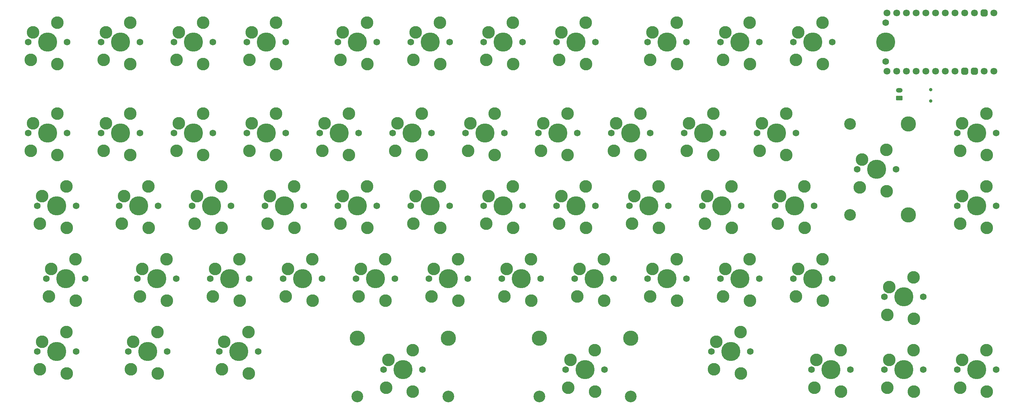
<source format=gts>
G04 #@! TF.GenerationSoftware,KiCad,Pcbnew,7.0.8-7.0.8~ubuntu22.04.1*
G04 #@! TF.CreationDate,2023-10-08T19:27:19+02:00*
G04 #@! TF.ProjectId,nrw65-pcb,6e727736-352d-4706-9362-2e6b69636164,rev?*
G04 #@! TF.SameCoordinates,Original*
G04 #@! TF.FileFunction,Soldermask,Top*
G04 #@! TF.FilePolarity,Negative*
%FSLAX46Y46*%
G04 Gerber Fmt 4.6, Leading zero omitted, Abs format (unit mm)*
G04 Created by KiCad (PCBNEW 7.0.8-7.0.8~ubuntu22.04.1) date 2023-10-08 19:27:19*
%MOMM*%
%LPD*%
G01*
G04 APERTURE LIST*
G04 Aperture macros list*
%AMRoundRect*
0 Rectangle with rounded corners*
0 $1 Rounding radius*
0 $2 $3 $4 $5 $6 $7 $8 $9 X,Y pos of 4 corners*
0 Add a 4 corners polygon primitive as box body*
4,1,4,$2,$3,$4,$5,$6,$7,$8,$9,$2,$3,0*
0 Add four circle primitives for the rounded corners*
1,1,$1+$1,$2,$3*
1,1,$1+$1,$4,$5*
1,1,$1+$1,$6,$7*
1,1,$1+$1,$8,$9*
0 Add four rect primitives between the rounded corners*
20,1,$1+$1,$2,$3,$4,$5,0*
20,1,$1+$1,$4,$5,$6,$7,0*
20,1,$1+$1,$6,$7,$8,$9,0*
20,1,$1+$1,$8,$9,$2,$3,0*%
G04 Aperture macros list end*
%ADD10C,1.750000*%
%ADD11C,5.000000*%
%ADD12C,3.300000*%
%ADD13C,3.048000*%
%ADD14C,3.987800*%
%ADD15C,0.900000*%
%ADD16O,1.750000X1.200000*%
%ADD17RoundRect,0.250000X0.625000X-0.350000X0.625000X0.350000X-0.625000X0.350000X-0.625000X-0.350000X0*%
%ADD18C,1.800000*%
%ADD19RoundRect,0.450000X0.450000X-0.450000X0.450000X0.450000X-0.450000X0.450000X-0.450000X-0.450000X0*%
G04 APERTURE END LIST*
D10*
X48495000Y-58337500D03*
D11*
X53575000Y-58337500D03*
D10*
X58655000Y-58337500D03*
D12*
X49175000Y-63037500D03*
X49765000Y-55797500D03*
X56115000Y-53257500D03*
X56175000Y-64087500D03*
D10*
X167557500Y-77387500D03*
D11*
X172637500Y-77387500D03*
D10*
X177717500Y-77387500D03*
D12*
X168237500Y-82087500D03*
X168827500Y-74847500D03*
X175177500Y-72307500D03*
X175237500Y-83137500D03*
D10*
X91357500Y-77387500D03*
D11*
X96437500Y-77387500D03*
D10*
X101517500Y-77387500D03*
D12*
X92037500Y-82087500D03*
X92627500Y-74847500D03*
X98977500Y-72307500D03*
X99037500Y-83137500D03*
D10*
X72307500Y-77387500D03*
D11*
X77387500Y-77387500D03*
D10*
X82467500Y-77387500D03*
D12*
X72987500Y-82087500D03*
X73577500Y-74847500D03*
X79927500Y-72307500D03*
X79987500Y-83137500D03*
D10*
X31826250Y-77387500D03*
D11*
X36906250Y-77387500D03*
D10*
X41986250Y-77387500D03*
D12*
X32506250Y-82087500D03*
X33096250Y-74847500D03*
X39446250Y-72307500D03*
X39506250Y-83137500D03*
D10*
X200895000Y-58337500D03*
D11*
X205975000Y-58337500D03*
D10*
X211055000Y-58337500D03*
D12*
X201575000Y-63037500D03*
X202165000Y-55797500D03*
X208515000Y-53257500D03*
X208575000Y-64087500D03*
D10*
X67545000Y-34525000D03*
D11*
X72625000Y-34525000D03*
D10*
X77705000Y-34525000D03*
D12*
X68225000Y-39225000D03*
X68815000Y-31985000D03*
X75165000Y-29445000D03*
X75225000Y-40275000D03*
D10*
X79451250Y-115487500D03*
D11*
X84531250Y-115487500D03*
D10*
X89611250Y-115487500D03*
D12*
X80131250Y-120187500D03*
X80721250Y-112947500D03*
X87071250Y-110407500D03*
X87131250Y-121237500D03*
D10*
X48495000Y-34525000D03*
D11*
X53575000Y-34525000D03*
D10*
X58655000Y-34525000D03*
D12*
X49175000Y-39225000D03*
X49765000Y-31985000D03*
X56115000Y-29445000D03*
X56175000Y-40275000D03*
D10*
X105645000Y-58337500D03*
D11*
X110725000Y-58337500D03*
D10*
X115805000Y-58337500D03*
D12*
X106325000Y-63037500D03*
X106915000Y-55797500D03*
X113265000Y-53257500D03*
X113325000Y-64087500D03*
D10*
X181845000Y-58337500D03*
D11*
X186925000Y-58337500D03*
D10*
X192005000Y-58337500D03*
D12*
X182525000Y-63037500D03*
X183115000Y-55797500D03*
X189465000Y-53257500D03*
X189525000Y-64087500D03*
D10*
X129457500Y-77387500D03*
D11*
X134537500Y-77387500D03*
D10*
X139617500Y-77387500D03*
D12*
X130137500Y-82087500D03*
X130727500Y-74847500D03*
X137077500Y-72307500D03*
X137137500Y-83137500D03*
D10*
X110407500Y-77387500D03*
D11*
X115487500Y-77387500D03*
D10*
X120567500Y-77387500D03*
D12*
X111087500Y-82087500D03*
X111677500Y-74847500D03*
X118027500Y-72307500D03*
X118087500Y-83137500D03*
D10*
X272332500Y-120250000D03*
D11*
X277412500Y-120250000D03*
D10*
X282492500Y-120250000D03*
D12*
X273012500Y-124950000D03*
X273602500Y-117710000D03*
X279952500Y-115170000D03*
X280012500Y-126000000D03*
D10*
X134220000Y-96437500D03*
D11*
X139300000Y-96437500D03*
D10*
X144380000Y-96437500D03*
D12*
X134900000Y-101137500D03*
X135490000Y-93897500D03*
X141840000Y-91357500D03*
X141900000Y-102187500D03*
D10*
X31826250Y-115487500D03*
D11*
X36906250Y-115487500D03*
D10*
X41986250Y-115487500D03*
D12*
X32506250Y-120187500D03*
X33096250Y-112947500D03*
X39446250Y-110407500D03*
X39506250Y-121237500D03*
D10*
X191370000Y-96437500D03*
D11*
X196450000Y-96437500D03*
D10*
X201530000Y-96437500D03*
D12*
X192050000Y-101137500D03*
X192640000Y-93897500D03*
X198990000Y-91357500D03*
X199050000Y-102187500D03*
D10*
X169938750Y-120250000D03*
D11*
X175018750Y-120250000D03*
D10*
X180098750Y-120250000D03*
D12*
X170618750Y-124950000D03*
X171208750Y-117710000D03*
X177558750Y-115170000D03*
X177618750Y-126000000D03*
D10*
X272332500Y-58337500D03*
D11*
X277412500Y-58337500D03*
D10*
X282492500Y-58337500D03*
D12*
X273012500Y-63037500D03*
X273602500Y-55797500D03*
X279952500Y-53257500D03*
X280012500Y-64087500D03*
D10*
X77070000Y-96437500D03*
D11*
X82150000Y-96437500D03*
D10*
X87230000Y-96437500D03*
D12*
X77750000Y-101137500D03*
X78340000Y-93897500D03*
X84690000Y-91357500D03*
X84750000Y-102187500D03*
D10*
X86595000Y-34525000D03*
D11*
X91675000Y-34525000D03*
D10*
X96755000Y-34525000D03*
D12*
X87275000Y-39225000D03*
X87865000Y-31985000D03*
X94215000Y-29445000D03*
X94275000Y-40275000D03*
D10*
X143745000Y-58337500D03*
D11*
X148825000Y-58337500D03*
D10*
X153905000Y-58337500D03*
D12*
X144425000Y-63037500D03*
X145015000Y-55797500D03*
X151365000Y-53257500D03*
X151425000Y-64087500D03*
D10*
X67545000Y-58337500D03*
D11*
X72625000Y-58337500D03*
D10*
X77705000Y-58337500D03*
D12*
X68225000Y-63037500D03*
X68815000Y-55797500D03*
X75165000Y-53257500D03*
X75225000Y-64087500D03*
D13*
X139300000Y-127235000D03*
D14*
X139300000Y-111995000D03*
D13*
X115487500Y-127235000D03*
D14*
X115487500Y-111995000D03*
D10*
X58020000Y-96437500D03*
D11*
X63100000Y-96437500D03*
D10*
X68180000Y-96437500D03*
D12*
X58700000Y-101137500D03*
X59290000Y-93897500D03*
X65640000Y-91357500D03*
X65700000Y-102187500D03*
D10*
X219945000Y-58337500D03*
D11*
X225025000Y-58337500D03*
D10*
X230105000Y-58337500D03*
D12*
X220625000Y-63037500D03*
X221215000Y-55797500D03*
X227565000Y-53257500D03*
X227625000Y-64087500D03*
D10*
X124695000Y-58337500D03*
D11*
X129775000Y-58337500D03*
D10*
X134855000Y-58337500D03*
D12*
X125375000Y-63037500D03*
X125965000Y-55797500D03*
X132315000Y-53257500D03*
X132375000Y-64087500D03*
D10*
X162795000Y-58337500D03*
D11*
X167875000Y-58337500D03*
D10*
X172955000Y-58337500D03*
D12*
X163475000Y-63037500D03*
X164065000Y-55797500D03*
X170415000Y-53257500D03*
X170475000Y-64087500D03*
D10*
X55638750Y-115487500D03*
D11*
X60718750Y-115487500D03*
D10*
X65798750Y-115487500D03*
D12*
X56318750Y-120187500D03*
X56908750Y-112947500D03*
X63258750Y-110407500D03*
X63318750Y-121237500D03*
D10*
X86595000Y-58337500D03*
D11*
X91675000Y-58337500D03*
D10*
X96755000Y-58337500D03*
D12*
X87275000Y-63037500D03*
X87865000Y-55797500D03*
X94215000Y-53257500D03*
X94275000Y-64087500D03*
D10*
X186607500Y-77387500D03*
D11*
X191687500Y-77387500D03*
D10*
X196767500Y-77387500D03*
D12*
X187287500Y-82087500D03*
X187877500Y-74847500D03*
X194227500Y-72307500D03*
X194287500Y-83137500D03*
D10*
X129457500Y-34525000D03*
D11*
X134537500Y-34525000D03*
D10*
X139617500Y-34525000D03*
D12*
X130137500Y-39225000D03*
X130727500Y-31985000D03*
X137077500Y-29445000D03*
X137137500Y-40275000D03*
D10*
X148507500Y-77387500D03*
D11*
X153587500Y-77387500D03*
D10*
X158667500Y-77387500D03*
D12*
X149187500Y-82087500D03*
X149777500Y-74847500D03*
X156127500Y-72307500D03*
X156187500Y-83137500D03*
D10*
X205657500Y-77387500D03*
D11*
X210737500Y-77387500D03*
D10*
X215817500Y-77387500D03*
D12*
X206337500Y-82087500D03*
X206927500Y-74847500D03*
X213277500Y-72307500D03*
X213337500Y-83137500D03*
D10*
X148507500Y-34525000D03*
D11*
X153587500Y-34525000D03*
D10*
X158667500Y-34525000D03*
D12*
X149187500Y-39225000D03*
X149777500Y-31985000D03*
X156127500Y-29445000D03*
X156187500Y-40275000D03*
D10*
X115170000Y-96437500D03*
D11*
X120250000Y-96437500D03*
D10*
X125330000Y-96437500D03*
D12*
X115850000Y-101137500D03*
X116440000Y-93897500D03*
X122790000Y-91357500D03*
X122850000Y-102187500D03*
D10*
X96120000Y-96437500D03*
D11*
X101200000Y-96437500D03*
D10*
X106280000Y-96437500D03*
D12*
X96800000Y-101137500D03*
X97390000Y-93897500D03*
X103740000Y-91357500D03*
X103800000Y-102187500D03*
D10*
X210420000Y-96437500D03*
D11*
X215500000Y-96437500D03*
D10*
X220580000Y-96437500D03*
D12*
X211100000Y-101137500D03*
X211690000Y-93897500D03*
X218040000Y-91357500D03*
X218100000Y-102187500D03*
D10*
X110407500Y-34525000D03*
D11*
X115487500Y-34525000D03*
D10*
X120567500Y-34525000D03*
D12*
X111087500Y-39225000D03*
X111677500Y-31985000D03*
X118027500Y-29445000D03*
X118087500Y-40275000D03*
D10*
X208038750Y-115487500D03*
D11*
X213118750Y-115487500D03*
D10*
X218198750Y-115487500D03*
D12*
X208718750Y-120187500D03*
X209308750Y-112947500D03*
X215658750Y-110407500D03*
X215718750Y-121237500D03*
D10*
X272332500Y-77387500D03*
D11*
X277412500Y-77387500D03*
D10*
X282492500Y-77387500D03*
D12*
X273012500Y-82087500D03*
X273602500Y-74847500D03*
X279952500Y-72307500D03*
X280012500Y-83137500D03*
D10*
X229470000Y-96437500D03*
D11*
X234550000Y-96437500D03*
D10*
X239630000Y-96437500D03*
D12*
X230150000Y-101137500D03*
X230740000Y-93897500D03*
X237090000Y-91357500D03*
X237150000Y-102187500D03*
D10*
X29445000Y-58337500D03*
D11*
X34525000Y-58337500D03*
D10*
X39605000Y-58337500D03*
D12*
X30125000Y-63037500D03*
X30715000Y-55797500D03*
X37065000Y-53257500D03*
X37125000Y-64087500D03*
D10*
X253282500Y-120250000D03*
D11*
X258362500Y-120250000D03*
D10*
X263442500Y-120250000D03*
D12*
X253962500Y-124950000D03*
X254552500Y-117710000D03*
X260902500Y-115170000D03*
X260962500Y-126000000D03*
D10*
X122313750Y-120250000D03*
D11*
X127393750Y-120250000D03*
D10*
X132473750Y-120250000D03*
D12*
X122993750Y-124950000D03*
X123583750Y-117710000D03*
X129933750Y-115170000D03*
X129993750Y-126000000D03*
D10*
X29445000Y-34525000D03*
D11*
X34525000Y-34525000D03*
D10*
X39605000Y-34525000D03*
D12*
X30125000Y-39225000D03*
X30715000Y-31985000D03*
X37065000Y-29445000D03*
X37125000Y-40275000D03*
D10*
X153270000Y-96437500D03*
D11*
X158350000Y-96437500D03*
D10*
X163430000Y-96437500D03*
D12*
X153950000Y-101137500D03*
X154540000Y-93897500D03*
X160890000Y-91357500D03*
X160950000Y-102187500D03*
D10*
X167557500Y-34525000D03*
D11*
X172637500Y-34525000D03*
D10*
X177717500Y-34525000D03*
D12*
X168237500Y-39225000D03*
X168827500Y-31985000D03*
X175177500Y-29445000D03*
X175237500Y-40275000D03*
D10*
X246138750Y-67862500D03*
D11*
X251218750Y-67862500D03*
D10*
X256298750Y-67862500D03*
D12*
X246818750Y-72562500D03*
X247408750Y-65322500D03*
X253758750Y-62782500D03*
X253818750Y-73612500D03*
D13*
X186925000Y-127235000D03*
D14*
X186925000Y-111995000D03*
D13*
X163112500Y-127235000D03*
D14*
X163112500Y-111995000D03*
D10*
X191370000Y-34525000D03*
D11*
X196450000Y-34525000D03*
D10*
X201530000Y-34525000D03*
D12*
X192050000Y-39225000D03*
X192640000Y-31985000D03*
X198990000Y-29445000D03*
X199050000Y-40275000D03*
D10*
X229470000Y-34525000D03*
D11*
X234550000Y-34525000D03*
D10*
X239630000Y-34525000D03*
D12*
X230150000Y-39225000D03*
X230740000Y-31985000D03*
X237090000Y-29445000D03*
X237150000Y-40275000D03*
D10*
X253600000Y-39605000D03*
D11*
X253600000Y-34525000D03*
D10*
X253600000Y-29445000D03*
X34207500Y-96437500D03*
D11*
X39287500Y-96437500D03*
D10*
X44367500Y-96437500D03*
D12*
X34887500Y-101137500D03*
X35477500Y-93897500D03*
X41827500Y-91357500D03*
X41887500Y-102187500D03*
D10*
X172320000Y-96437500D03*
D11*
X177400000Y-96437500D03*
D10*
X182480000Y-96437500D03*
D12*
X173000000Y-101137500D03*
X173590000Y-93897500D03*
X179940000Y-91357500D03*
X180000000Y-102187500D03*
D10*
X234232500Y-120250000D03*
D11*
X239312500Y-120250000D03*
D10*
X244392500Y-120250000D03*
D12*
X234912500Y-124950000D03*
X235502500Y-117710000D03*
X241852500Y-115170000D03*
X241912500Y-126000000D03*
D13*
X244233750Y-55956250D03*
X244233750Y-79768750D03*
D14*
X259473750Y-55956250D03*
X259473750Y-79768750D03*
D10*
X210420000Y-34525000D03*
D11*
X215500000Y-34525000D03*
D10*
X220580000Y-34525000D03*
D12*
X211100000Y-39225000D03*
X211690000Y-31985000D03*
X218040000Y-29445000D03*
X218100000Y-40275000D03*
D10*
X253282500Y-101200000D03*
D11*
X258362500Y-101200000D03*
D10*
X263442500Y-101200000D03*
D12*
X253962500Y-105900000D03*
X254552500Y-98660000D03*
X260902500Y-96120000D03*
X260962500Y-106950000D03*
D10*
X53257500Y-77387500D03*
D11*
X58337500Y-77387500D03*
D10*
X63417500Y-77387500D03*
D12*
X53937500Y-82087500D03*
X54527500Y-74847500D03*
X60877500Y-72307500D03*
X60937500Y-83137500D03*
D10*
X224707500Y-77387500D03*
D11*
X229787500Y-77387500D03*
D10*
X234867500Y-77387500D03*
D12*
X225387500Y-82087500D03*
X225977500Y-74847500D03*
X232327500Y-72307500D03*
X232387500Y-83137500D03*
D15*
X265320000Y-50000000D03*
X265320000Y-47000000D03*
D16*
X257170000Y-47210000D03*
D17*
X257170000Y-49210000D03*
D18*
X281900000Y-42210000D03*
X279360000Y-42210000D03*
D19*
X276820000Y-42210000D03*
X274280000Y-42210000D03*
D18*
X271740000Y-42210000D03*
X269200000Y-42210000D03*
X266660000Y-42210000D03*
X264120000Y-42210000D03*
X261580000Y-42210000D03*
X259040000Y-42210000D03*
X256500000Y-42210000D03*
X253960000Y-42210000D03*
X281900000Y-26970000D03*
D19*
X279360000Y-26970000D03*
D18*
X276820000Y-26970000D03*
X274280000Y-26970000D03*
X271740000Y-26970000D03*
X269200000Y-26970000D03*
X266660000Y-26970000D03*
X264120000Y-26970000D03*
X261580000Y-26970000D03*
X259040000Y-26970000D03*
X256500000Y-26970000D03*
X253960000Y-26970000D03*
M02*

</source>
